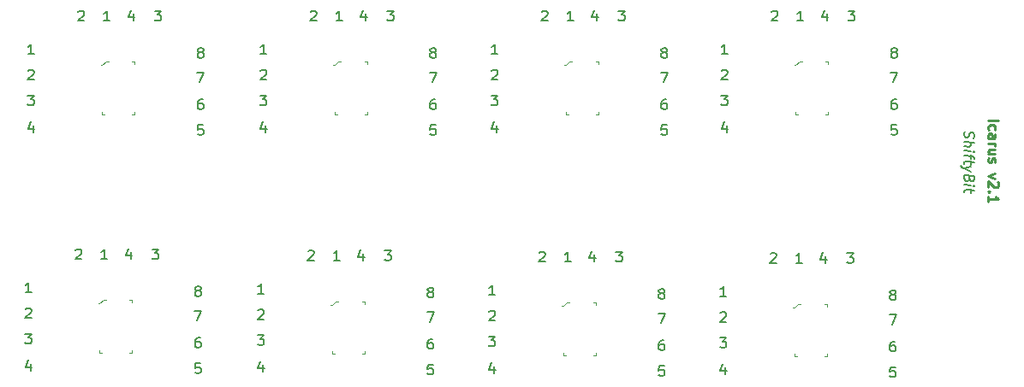
<source format=gbr>
G04 #@! TF.GenerationSoftware,KiCad,Pcbnew,(5.1.4)-1*
G04 #@! TF.CreationDate,2019-12-01T11:28:44-05:00*
G04 #@! TF.ProjectId,bob_ws2811_driver,626f625f-7773-4323-9831-315f64726976,rev?*
G04 #@! TF.SameCoordinates,Original*
G04 #@! TF.FileFunction,Legend,Top*
G04 #@! TF.FilePolarity,Positive*
%FSLAX46Y46*%
G04 Gerber Fmt 4.6, Leading zero omitted, Abs format (unit mm)*
G04 Created by KiCad (PCBNEW (5.1.4)-1) date 2019-12-01 11:28:44*
%MOMM*%
%LPD*%
G04 APERTURE LIST*
%ADD10C,0.150000*%
%ADD11C,0.250000*%
%ADD12C,0.100000*%
G04 APERTURE END LIST*
D10*
X107664285Y-58221619D02*
X107711904Y-58174000D01*
X107807142Y-58126380D01*
X108045238Y-58126380D01*
X108140476Y-58174000D01*
X108188095Y-58221619D01*
X108235714Y-58316857D01*
X108235714Y-58412095D01*
X108188095Y-58554952D01*
X107616666Y-59126380D01*
X108235714Y-59126380D01*
X102711285Y-64063619D02*
X102758904Y-64016000D01*
X102854142Y-63968380D01*
X103092238Y-63968380D01*
X103187476Y-64016000D01*
X103235095Y-64063619D01*
X103282714Y-64158857D01*
X103282714Y-64254095D01*
X103235095Y-64396952D01*
X102663666Y-64968380D01*
X103282714Y-64968380D01*
X113093476Y-58459714D02*
X113093476Y-59126380D01*
X112855380Y-58078761D02*
X112617285Y-58793047D01*
X113236333Y-58793047D01*
X102663666Y-66508380D02*
X103282714Y-66508380D01*
X102949380Y-66889333D01*
X103092238Y-66889333D01*
X103187476Y-66936952D01*
X103235095Y-66984571D01*
X103282714Y-67079809D01*
X103282714Y-67317904D01*
X103235095Y-67413142D01*
X103187476Y-67460761D01*
X103092238Y-67508380D01*
X102806523Y-67508380D01*
X102711285Y-67460761D01*
X102663666Y-67413142D01*
X110775714Y-59126380D02*
X110204285Y-59126380D01*
X110490000Y-59126380D02*
X110490000Y-58126380D01*
X110394761Y-58269238D01*
X110299523Y-58364476D01*
X110204285Y-58412095D01*
X119999095Y-69429380D02*
X119522904Y-69429380D01*
X119475285Y-69905571D01*
X119522904Y-69857952D01*
X119618142Y-69810333D01*
X119856238Y-69810333D01*
X119951476Y-69857952D01*
X119999095Y-69905571D01*
X120046714Y-70000809D01*
X120046714Y-70238904D01*
X119999095Y-70334142D01*
X119951476Y-70381761D01*
X119856238Y-70429380D01*
X119618142Y-70429380D01*
X119522904Y-70381761D01*
X119475285Y-70334142D01*
X119665761Y-62237952D02*
X119570523Y-62190333D01*
X119522904Y-62142714D01*
X119475285Y-62047476D01*
X119475285Y-61999857D01*
X119522904Y-61904619D01*
X119570523Y-61857000D01*
X119665761Y-61809380D01*
X119856238Y-61809380D01*
X119951476Y-61857000D01*
X119999095Y-61904619D01*
X120046714Y-61999857D01*
X120046714Y-62047476D01*
X119999095Y-62142714D01*
X119951476Y-62190333D01*
X119856238Y-62237952D01*
X119665761Y-62237952D01*
X119570523Y-62285571D01*
X119522904Y-62333190D01*
X119475285Y-62428428D01*
X119475285Y-62618904D01*
X119522904Y-62714142D01*
X119570523Y-62761761D01*
X119665761Y-62809380D01*
X119856238Y-62809380D01*
X119951476Y-62761761D01*
X119999095Y-62714142D01*
X120046714Y-62618904D01*
X120046714Y-62428428D01*
X119999095Y-62333190D01*
X119951476Y-62285571D01*
X119856238Y-62237952D01*
X115236666Y-58126380D02*
X115855714Y-58126380D01*
X115522380Y-58507333D01*
X115665238Y-58507333D01*
X115760476Y-58554952D01*
X115808095Y-58602571D01*
X115855714Y-58697809D01*
X115855714Y-58935904D01*
X115808095Y-59031142D01*
X115760476Y-59078761D01*
X115665238Y-59126380D01*
X115379523Y-59126380D01*
X115284285Y-59078761D01*
X115236666Y-59031142D01*
X103187476Y-69508714D02*
X103187476Y-70175380D01*
X102949380Y-69127761D02*
X102711285Y-69842047D01*
X103330333Y-69842047D01*
X119427666Y-64222380D02*
X120094333Y-64222380D01*
X119665761Y-65222380D01*
X119951476Y-66889380D02*
X119761000Y-66889380D01*
X119665761Y-66937000D01*
X119618142Y-66984619D01*
X119522904Y-67127476D01*
X119475285Y-67317952D01*
X119475285Y-67698904D01*
X119522904Y-67794142D01*
X119570523Y-67841761D01*
X119665761Y-67889380D01*
X119856238Y-67889380D01*
X119951476Y-67841761D01*
X119999095Y-67794142D01*
X120046714Y-67698904D01*
X120046714Y-67460809D01*
X119999095Y-67365571D01*
X119951476Y-67317952D01*
X119856238Y-67270333D01*
X119665761Y-67270333D01*
X119570523Y-67317952D01*
X119522904Y-67365571D01*
X119475285Y-67460809D01*
X103282714Y-62428380D02*
X102711285Y-62428380D01*
X102997000Y-62428380D02*
X102997000Y-61428380D01*
X102901761Y-61571238D01*
X102806523Y-61666476D01*
X102711285Y-61714095D01*
X125698285Y-64190619D02*
X125745904Y-64143000D01*
X125841142Y-64095380D01*
X126079238Y-64095380D01*
X126174476Y-64143000D01*
X126222095Y-64190619D01*
X126269714Y-64285857D01*
X126269714Y-64381095D01*
X126222095Y-64523952D01*
X125650666Y-65095380D01*
X126269714Y-65095380D01*
X126174476Y-69635714D02*
X126174476Y-70302380D01*
X125936380Y-69254761D02*
X125698285Y-69969047D01*
X126317333Y-69969047D01*
X142414666Y-64349380D02*
X143081333Y-64349380D01*
X142652761Y-65349380D01*
X142938476Y-67016380D02*
X142748000Y-67016380D01*
X142652761Y-67064000D01*
X142605142Y-67111619D01*
X142509904Y-67254476D01*
X142462285Y-67444952D01*
X142462285Y-67825904D01*
X142509904Y-67921142D01*
X142557523Y-67968761D01*
X142652761Y-68016380D01*
X142843238Y-68016380D01*
X142938476Y-67968761D01*
X142986095Y-67921142D01*
X143033714Y-67825904D01*
X143033714Y-67587809D01*
X142986095Y-67492571D01*
X142938476Y-67444952D01*
X142843238Y-67397333D01*
X142652761Y-67397333D01*
X142557523Y-67444952D01*
X142509904Y-67492571D01*
X142462285Y-67587809D01*
X126269714Y-62555380D02*
X125698285Y-62555380D01*
X125984000Y-62555380D02*
X125984000Y-61555380D01*
X125888761Y-61698238D01*
X125793523Y-61793476D01*
X125698285Y-61841095D01*
X125650666Y-66635380D02*
X126269714Y-66635380D01*
X125936380Y-67016333D01*
X126079238Y-67016333D01*
X126174476Y-67063952D01*
X126222095Y-67111571D01*
X126269714Y-67206809D01*
X126269714Y-67444904D01*
X126222095Y-67540142D01*
X126174476Y-67587761D01*
X126079238Y-67635380D01*
X125793523Y-67635380D01*
X125698285Y-67587761D01*
X125650666Y-67540142D01*
X130651285Y-58348619D02*
X130698904Y-58301000D01*
X130794142Y-58253380D01*
X131032238Y-58253380D01*
X131127476Y-58301000D01*
X131175095Y-58348619D01*
X131222714Y-58443857D01*
X131222714Y-58539095D01*
X131175095Y-58681952D01*
X130603666Y-59253380D01*
X131222714Y-59253380D01*
X136080476Y-58586714D02*
X136080476Y-59253380D01*
X135842380Y-58205761D02*
X135604285Y-58920047D01*
X136223333Y-58920047D01*
X138223666Y-58253380D02*
X138842714Y-58253380D01*
X138509380Y-58634333D01*
X138652238Y-58634333D01*
X138747476Y-58681952D01*
X138795095Y-58729571D01*
X138842714Y-58824809D01*
X138842714Y-59062904D01*
X138795095Y-59158142D01*
X138747476Y-59205761D01*
X138652238Y-59253380D01*
X138366523Y-59253380D01*
X138271285Y-59205761D01*
X138223666Y-59158142D01*
X133762714Y-59253380D02*
X133191285Y-59253380D01*
X133477000Y-59253380D02*
X133477000Y-58253380D01*
X133381761Y-58396238D01*
X133286523Y-58491476D01*
X133191285Y-58539095D01*
X142652761Y-62364952D02*
X142557523Y-62317333D01*
X142509904Y-62269714D01*
X142462285Y-62174476D01*
X142462285Y-62126857D01*
X142509904Y-62031619D01*
X142557523Y-61984000D01*
X142652761Y-61936380D01*
X142843238Y-61936380D01*
X142938476Y-61984000D01*
X142986095Y-62031619D01*
X143033714Y-62126857D01*
X143033714Y-62174476D01*
X142986095Y-62269714D01*
X142938476Y-62317333D01*
X142843238Y-62364952D01*
X142652761Y-62364952D01*
X142557523Y-62412571D01*
X142509904Y-62460190D01*
X142462285Y-62555428D01*
X142462285Y-62745904D01*
X142509904Y-62841142D01*
X142557523Y-62888761D01*
X142652761Y-62936380D01*
X142843238Y-62936380D01*
X142938476Y-62888761D01*
X142986095Y-62841142D01*
X143033714Y-62745904D01*
X143033714Y-62555428D01*
X142986095Y-62460190D01*
X142938476Y-62412571D01*
X142843238Y-62364952D01*
X142986095Y-69556380D02*
X142509904Y-69556380D01*
X142462285Y-70032571D01*
X142509904Y-69984952D01*
X142605142Y-69937333D01*
X142843238Y-69937333D01*
X142938476Y-69984952D01*
X142986095Y-70032571D01*
X143033714Y-70127809D01*
X143033714Y-70365904D01*
X142986095Y-70461142D01*
X142938476Y-70508761D01*
X142843238Y-70556380D01*
X142605142Y-70556380D01*
X142509904Y-70508761D01*
X142462285Y-70461142D01*
X165512761Y-62491952D02*
X165417523Y-62444333D01*
X165369904Y-62396714D01*
X165322285Y-62301476D01*
X165322285Y-62253857D01*
X165369904Y-62158619D01*
X165417523Y-62111000D01*
X165512761Y-62063380D01*
X165703238Y-62063380D01*
X165798476Y-62111000D01*
X165846095Y-62158619D01*
X165893714Y-62253857D01*
X165893714Y-62301476D01*
X165846095Y-62396714D01*
X165798476Y-62444333D01*
X165703238Y-62491952D01*
X165512761Y-62491952D01*
X165417523Y-62539571D01*
X165369904Y-62587190D01*
X165322285Y-62682428D01*
X165322285Y-62872904D01*
X165369904Y-62968142D01*
X165417523Y-63015761D01*
X165512761Y-63063380D01*
X165703238Y-63063380D01*
X165798476Y-63015761D01*
X165846095Y-62968142D01*
X165893714Y-62872904D01*
X165893714Y-62682428D01*
X165846095Y-62587190D01*
X165798476Y-62539571D01*
X165703238Y-62491952D01*
X165846095Y-69683380D02*
X165369904Y-69683380D01*
X165322285Y-70159571D01*
X165369904Y-70111952D01*
X165465142Y-70064333D01*
X165703238Y-70064333D01*
X165798476Y-70111952D01*
X165846095Y-70159571D01*
X165893714Y-70254809D01*
X165893714Y-70492904D01*
X165846095Y-70588142D01*
X165798476Y-70635761D01*
X165703238Y-70683380D01*
X165465142Y-70683380D01*
X165369904Y-70635761D01*
X165322285Y-70588142D01*
X148558285Y-64317619D02*
X148605904Y-64270000D01*
X148701142Y-64222380D01*
X148939238Y-64222380D01*
X149034476Y-64270000D01*
X149082095Y-64317619D01*
X149129714Y-64412857D01*
X149129714Y-64508095D01*
X149082095Y-64650952D01*
X148510666Y-65222380D01*
X149129714Y-65222380D01*
X158940476Y-58713714D02*
X158940476Y-59380380D01*
X158702380Y-58332761D02*
X158464285Y-59047047D01*
X159083333Y-59047047D01*
X149034476Y-69762714D02*
X149034476Y-70429380D01*
X148796380Y-69381761D02*
X148558285Y-70096047D01*
X149177333Y-70096047D01*
X165274666Y-64476380D02*
X165941333Y-64476380D01*
X165512761Y-65476380D01*
X165798476Y-67143380D02*
X165608000Y-67143380D01*
X165512761Y-67191000D01*
X165465142Y-67238619D01*
X165369904Y-67381476D01*
X165322285Y-67571952D01*
X165322285Y-67952904D01*
X165369904Y-68048142D01*
X165417523Y-68095761D01*
X165512761Y-68143380D01*
X165703238Y-68143380D01*
X165798476Y-68095761D01*
X165846095Y-68048142D01*
X165893714Y-67952904D01*
X165893714Y-67714809D01*
X165846095Y-67619571D01*
X165798476Y-67571952D01*
X165703238Y-67524333D01*
X165512761Y-67524333D01*
X165417523Y-67571952D01*
X165369904Y-67619571D01*
X165322285Y-67714809D01*
X161083666Y-58380380D02*
X161702714Y-58380380D01*
X161369380Y-58761333D01*
X161512238Y-58761333D01*
X161607476Y-58808952D01*
X161655095Y-58856571D01*
X161702714Y-58951809D01*
X161702714Y-59189904D01*
X161655095Y-59285142D01*
X161607476Y-59332761D01*
X161512238Y-59380380D01*
X161226523Y-59380380D01*
X161131285Y-59332761D01*
X161083666Y-59285142D01*
X148510666Y-66762380D02*
X149129714Y-66762380D01*
X148796380Y-67143333D01*
X148939238Y-67143333D01*
X149034476Y-67190952D01*
X149082095Y-67238571D01*
X149129714Y-67333809D01*
X149129714Y-67571904D01*
X149082095Y-67667142D01*
X149034476Y-67714761D01*
X148939238Y-67762380D01*
X148653523Y-67762380D01*
X148558285Y-67714761D01*
X148510666Y-67667142D01*
X156622714Y-59380380D02*
X156051285Y-59380380D01*
X156337000Y-59380380D02*
X156337000Y-58380380D01*
X156241761Y-58523238D01*
X156146523Y-58618476D01*
X156051285Y-58666095D01*
X149129714Y-62682380D02*
X148558285Y-62682380D01*
X148844000Y-62682380D02*
X148844000Y-61682380D01*
X148748761Y-61825238D01*
X148653523Y-61920476D01*
X148558285Y-61968095D01*
X153511285Y-58475619D02*
X153558904Y-58428000D01*
X153654142Y-58380380D01*
X153892238Y-58380380D01*
X153987476Y-58428000D01*
X154035095Y-58475619D01*
X154082714Y-58570857D01*
X154082714Y-58666095D01*
X154035095Y-58808952D01*
X153463666Y-59380380D01*
X154082714Y-59380380D01*
X181800476Y-58840714D02*
X181800476Y-59507380D01*
X181562380Y-58459761D02*
X181324285Y-59174047D01*
X181943333Y-59174047D01*
X188706095Y-69810380D02*
X188229904Y-69810380D01*
X188182285Y-70286571D01*
X188229904Y-70238952D01*
X188325142Y-70191333D01*
X188563238Y-70191333D01*
X188658476Y-70238952D01*
X188706095Y-70286571D01*
X188753714Y-70381809D01*
X188753714Y-70619904D01*
X188706095Y-70715142D01*
X188658476Y-70762761D01*
X188563238Y-70810380D01*
X188325142Y-70810380D01*
X188229904Y-70762761D01*
X188182285Y-70715142D01*
X171418285Y-64444619D02*
X171465904Y-64397000D01*
X171561142Y-64349380D01*
X171799238Y-64349380D01*
X171894476Y-64397000D01*
X171942095Y-64444619D01*
X171989714Y-64539857D01*
X171989714Y-64635095D01*
X171942095Y-64777952D01*
X171370666Y-65349380D01*
X171989714Y-65349380D01*
X171894476Y-69889714D02*
X171894476Y-70556380D01*
X171656380Y-69508761D02*
X171418285Y-70223047D01*
X172037333Y-70223047D01*
X179482714Y-59507380D02*
X178911285Y-59507380D01*
X179197000Y-59507380D02*
X179197000Y-58507380D01*
X179101761Y-58650238D01*
X179006523Y-58745476D01*
X178911285Y-58793095D01*
X188658476Y-67270380D02*
X188468000Y-67270380D01*
X188372761Y-67318000D01*
X188325142Y-67365619D01*
X188229904Y-67508476D01*
X188182285Y-67698952D01*
X188182285Y-68079904D01*
X188229904Y-68175142D01*
X188277523Y-68222761D01*
X188372761Y-68270380D01*
X188563238Y-68270380D01*
X188658476Y-68222761D01*
X188706095Y-68175142D01*
X188753714Y-68079904D01*
X188753714Y-67841809D01*
X188706095Y-67746571D01*
X188658476Y-67698952D01*
X188563238Y-67651333D01*
X188372761Y-67651333D01*
X188277523Y-67698952D01*
X188229904Y-67746571D01*
X188182285Y-67841809D01*
X176371285Y-58602619D02*
X176418904Y-58555000D01*
X176514142Y-58507380D01*
X176752238Y-58507380D01*
X176847476Y-58555000D01*
X176895095Y-58602619D01*
X176942714Y-58697857D01*
X176942714Y-58793095D01*
X176895095Y-58935952D01*
X176323666Y-59507380D01*
X176942714Y-59507380D01*
X183943666Y-58507380D02*
X184562714Y-58507380D01*
X184229380Y-58888333D01*
X184372238Y-58888333D01*
X184467476Y-58935952D01*
X184515095Y-58983571D01*
X184562714Y-59078809D01*
X184562714Y-59316904D01*
X184515095Y-59412142D01*
X184467476Y-59459761D01*
X184372238Y-59507380D01*
X184086523Y-59507380D01*
X183991285Y-59459761D01*
X183943666Y-59412142D01*
X188134666Y-64603380D02*
X188801333Y-64603380D01*
X188372761Y-65603380D01*
X188372761Y-62618952D02*
X188277523Y-62571333D01*
X188229904Y-62523714D01*
X188182285Y-62428476D01*
X188182285Y-62380857D01*
X188229904Y-62285619D01*
X188277523Y-62238000D01*
X188372761Y-62190380D01*
X188563238Y-62190380D01*
X188658476Y-62238000D01*
X188706095Y-62285619D01*
X188753714Y-62380857D01*
X188753714Y-62428476D01*
X188706095Y-62523714D01*
X188658476Y-62571333D01*
X188563238Y-62618952D01*
X188372761Y-62618952D01*
X188277523Y-62666571D01*
X188229904Y-62714190D01*
X188182285Y-62809428D01*
X188182285Y-62999904D01*
X188229904Y-63095142D01*
X188277523Y-63142761D01*
X188372761Y-63190380D01*
X188563238Y-63190380D01*
X188658476Y-63142761D01*
X188706095Y-63095142D01*
X188753714Y-62999904D01*
X188753714Y-62809428D01*
X188706095Y-62714190D01*
X188658476Y-62666571D01*
X188563238Y-62618952D01*
X171370666Y-66889380D02*
X171989714Y-66889380D01*
X171656380Y-67270333D01*
X171799238Y-67270333D01*
X171894476Y-67317952D01*
X171942095Y-67365571D01*
X171989714Y-67460809D01*
X171989714Y-67698904D01*
X171942095Y-67794142D01*
X171894476Y-67841761D01*
X171799238Y-67889380D01*
X171513523Y-67889380D01*
X171418285Y-67841761D01*
X171370666Y-67794142D01*
X171989714Y-62809380D02*
X171418285Y-62809380D01*
X171704000Y-62809380D02*
X171704000Y-61809380D01*
X171608761Y-61952238D01*
X171513523Y-62047476D01*
X171418285Y-62095095D01*
X172116714Y-38806380D02*
X171545285Y-38806380D01*
X171831000Y-38806380D02*
X171831000Y-37806380D01*
X171735761Y-37949238D01*
X171640523Y-38044476D01*
X171545285Y-38092095D01*
X176498285Y-34599619D02*
X176545904Y-34552000D01*
X176641142Y-34504380D01*
X176879238Y-34504380D01*
X176974476Y-34552000D01*
X177022095Y-34599619D01*
X177069714Y-34694857D01*
X177069714Y-34790095D01*
X177022095Y-34932952D01*
X176450666Y-35504380D01*
X177069714Y-35504380D01*
X188499761Y-38615952D02*
X188404523Y-38568333D01*
X188356904Y-38520714D01*
X188309285Y-38425476D01*
X188309285Y-38377857D01*
X188356904Y-38282619D01*
X188404523Y-38235000D01*
X188499761Y-38187380D01*
X188690238Y-38187380D01*
X188785476Y-38235000D01*
X188833095Y-38282619D01*
X188880714Y-38377857D01*
X188880714Y-38425476D01*
X188833095Y-38520714D01*
X188785476Y-38568333D01*
X188690238Y-38615952D01*
X188499761Y-38615952D01*
X188404523Y-38663571D01*
X188356904Y-38711190D01*
X188309285Y-38806428D01*
X188309285Y-38996904D01*
X188356904Y-39092142D01*
X188404523Y-39139761D01*
X188499761Y-39187380D01*
X188690238Y-39187380D01*
X188785476Y-39139761D01*
X188833095Y-39092142D01*
X188880714Y-38996904D01*
X188880714Y-38806428D01*
X188833095Y-38711190D01*
X188785476Y-38663571D01*
X188690238Y-38615952D01*
X171545285Y-40441619D02*
X171592904Y-40394000D01*
X171688142Y-40346380D01*
X171926238Y-40346380D01*
X172021476Y-40394000D01*
X172069095Y-40441619D01*
X172116714Y-40536857D01*
X172116714Y-40632095D01*
X172069095Y-40774952D01*
X171497666Y-41346380D01*
X172116714Y-41346380D01*
X188261666Y-40600380D02*
X188928333Y-40600380D01*
X188499761Y-41600380D01*
X188833095Y-45807380D02*
X188356904Y-45807380D01*
X188309285Y-46283571D01*
X188356904Y-46235952D01*
X188452142Y-46188333D01*
X188690238Y-46188333D01*
X188785476Y-46235952D01*
X188833095Y-46283571D01*
X188880714Y-46378809D01*
X188880714Y-46616904D01*
X188833095Y-46712142D01*
X188785476Y-46759761D01*
X188690238Y-46807380D01*
X188452142Y-46807380D01*
X188356904Y-46759761D01*
X188309285Y-46712142D01*
X181927476Y-34837714D02*
X181927476Y-35504380D01*
X181689380Y-34456761D02*
X181451285Y-35171047D01*
X182070333Y-35171047D01*
X172021476Y-45886714D02*
X172021476Y-46553380D01*
X171783380Y-45505761D02*
X171545285Y-46220047D01*
X172164333Y-46220047D01*
X171497666Y-42886380D02*
X172116714Y-42886380D01*
X171783380Y-43267333D01*
X171926238Y-43267333D01*
X172021476Y-43314952D01*
X172069095Y-43362571D01*
X172116714Y-43457809D01*
X172116714Y-43695904D01*
X172069095Y-43791142D01*
X172021476Y-43838761D01*
X171926238Y-43886380D01*
X171640523Y-43886380D01*
X171545285Y-43838761D01*
X171497666Y-43791142D01*
X188785476Y-43267380D02*
X188595000Y-43267380D01*
X188499761Y-43315000D01*
X188452142Y-43362619D01*
X188356904Y-43505476D01*
X188309285Y-43695952D01*
X188309285Y-44076904D01*
X188356904Y-44172142D01*
X188404523Y-44219761D01*
X188499761Y-44267380D01*
X188690238Y-44267380D01*
X188785476Y-44219761D01*
X188833095Y-44172142D01*
X188880714Y-44076904D01*
X188880714Y-43838809D01*
X188833095Y-43743571D01*
X188785476Y-43695952D01*
X188690238Y-43648333D01*
X188499761Y-43648333D01*
X188404523Y-43695952D01*
X188356904Y-43743571D01*
X188309285Y-43838809D01*
X179609714Y-35504380D02*
X179038285Y-35504380D01*
X179324000Y-35504380D02*
X179324000Y-34504380D01*
X179228761Y-34647238D01*
X179133523Y-34742476D01*
X179038285Y-34790095D01*
X184070666Y-34504380D02*
X184689714Y-34504380D01*
X184356380Y-34885333D01*
X184499238Y-34885333D01*
X184594476Y-34932952D01*
X184642095Y-34980571D01*
X184689714Y-35075809D01*
X184689714Y-35313904D01*
X184642095Y-35409142D01*
X184594476Y-35456761D01*
X184499238Y-35504380D01*
X184213523Y-35504380D01*
X184118285Y-35456761D01*
X184070666Y-35409142D01*
X149383714Y-38806380D02*
X148812285Y-38806380D01*
X149098000Y-38806380D02*
X149098000Y-37806380D01*
X149002761Y-37949238D01*
X148907523Y-38044476D01*
X148812285Y-38092095D01*
X161337666Y-34504380D02*
X161956714Y-34504380D01*
X161623380Y-34885333D01*
X161766238Y-34885333D01*
X161861476Y-34932952D01*
X161909095Y-34980571D01*
X161956714Y-35075809D01*
X161956714Y-35313904D01*
X161909095Y-35409142D01*
X161861476Y-35456761D01*
X161766238Y-35504380D01*
X161480523Y-35504380D01*
X161385285Y-35456761D01*
X161337666Y-35409142D01*
X165528666Y-40600380D02*
X166195333Y-40600380D01*
X165766761Y-41600380D01*
X148812285Y-40441619D02*
X148859904Y-40394000D01*
X148955142Y-40346380D01*
X149193238Y-40346380D01*
X149288476Y-40394000D01*
X149336095Y-40441619D01*
X149383714Y-40536857D01*
X149383714Y-40632095D01*
X149336095Y-40774952D01*
X148764666Y-41346380D01*
X149383714Y-41346380D01*
X166100095Y-45807380D02*
X165623904Y-45807380D01*
X165576285Y-46283571D01*
X165623904Y-46235952D01*
X165719142Y-46188333D01*
X165957238Y-46188333D01*
X166052476Y-46235952D01*
X166100095Y-46283571D01*
X166147714Y-46378809D01*
X166147714Y-46616904D01*
X166100095Y-46712142D01*
X166052476Y-46759761D01*
X165957238Y-46807380D01*
X165719142Y-46807380D01*
X165623904Y-46759761D01*
X165576285Y-46712142D01*
X165766761Y-38615952D02*
X165671523Y-38568333D01*
X165623904Y-38520714D01*
X165576285Y-38425476D01*
X165576285Y-38377857D01*
X165623904Y-38282619D01*
X165671523Y-38235000D01*
X165766761Y-38187380D01*
X165957238Y-38187380D01*
X166052476Y-38235000D01*
X166100095Y-38282619D01*
X166147714Y-38377857D01*
X166147714Y-38425476D01*
X166100095Y-38520714D01*
X166052476Y-38568333D01*
X165957238Y-38615952D01*
X165766761Y-38615952D01*
X165671523Y-38663571D01*
X165623904Y-38711190D01*
X165576285Y-38806428D01*
X165576285Y-38996904D01*
X165623904Y-39092142D01*
X165671523Y-39139761D01*
X165766761Y-39187380D01*
X165957238Y-39187380D01*
X166052476Y-39139761D01*
X166100095Y-39092142D01*
X166147714Y-38996904D01*
X166147714Y-38806428D01*
X166100095Y-38711190D01*
X166052476Y-38663571D01*
X165957238Y-38615952D01*
X153765285Y-34599619D02*
X153812904Y-34552000D01*
X153908142Y-34504380D01*
X154146238Y-34504380D01*
X154241476Y-34552000D01*
X154289095Y-34599619D01*
X154336714Y-34694857D01*
X154336714Y-34790095D01*
X154289095Y-34932952D01*
X153717666Y-35504380D01*
X154336714Y-35504380D01*
X149288476Y-45886714D02*
X149288476Y-46553380D01*
X149050380Y-45505761D02*
X148812285Y-46220047D01*
X149431333Y-46220047D01*
X148764666Y-42886380D02*
X149383714Y-42886380D01*
X149050380Y-43267333D01*
X149193238Y-43267333D01*
X149288476Y-43314952D01*
X149336095Y-43362571D01*
X149383714Y-43457809D01*
X149383714Y-43695904D01*
X149336095Y-43791142D01*
X149288476Y-43838761D01*
X149193238Y-43886380D01*
X148907523Y-43886380D01*
X148812285Y-43838761D01*
X148764666Y-43791142D01*
X159194476Y-34837714D02*
X159194476Y-35504380D01*
X158956380Y-34456761D02*
X158718285Y-35171047D01*
X159337333Y-35171047D01*
X156876714Y-35504380D02*
X156305285Y-35504380D01*
X156591000Y-35504380D02*
X156591000Y-34504380D01*
X156495761Y-34647238D01*
X156400523Y-34742476D01*
X156305285Y-34790095D01*
X166052476Y-43267380D02*
X165862000Y-43267380D01*
X165766761Y-43315000D01*
X165719142Y-43362619D01*
X165623904Y-43505476D01*
X165576285Y-43695952D01*
X165576285Y-44076904D01*
X165623904Y-44172142D01*
X165671523Y-44219761D01*
X165766761Y-44267380D01*
X165957238Y-44267380D01*
X166052476Y-44219761D01*
X166100095Y-44172142D01*
X166147714Y-44076904D01*
X166147714Y-43838809D01*
X166100095Y-43743571D01*
X166052476Y-43695952D01*
X165957238Y-43648333D01*
X165766761Y-43648333D01*
X165671523Y-43695952D01*
X165623904Y-43743571D01*
X165576285Y-43838809D01*
X126428476Y-45886714D02*
X126428476Y-46553380D01*
X126190380Y-45505761D02*
X125952285Y-46220047D01*
X126571333Y-46220047D01*
X142668666Y-40600380D02*
X143335333Y-40600380D01*
X142906761Y-41600380D01*
X143240095Y-45807380D02*
X142763904Y-45807380D01*
X142716285Y-46283571D01*
X142763904Y-46235952D01*
X142859142Y-46188333D01*
X143097238Y-46188333D01*
X143192476Y-46235952D01*
X143240095Y-46283571D01*
X143287714Y-46378809D01*
X143287714Y-46616904D01*
X143240095Y-46712142D01*
X143192476Y-46759761D01*
X143097238Y-46807380D01*
X142859142Y-46807380D01*
X142763904Y-46759761D01*
X142716285Y-46712142D01*
X125904666Y-42886380D02*
X126523714Y-42886380D01*
X126190380Y-43267333D01*
X126333238Y-43267333D01*
X126428476Y-43314952D01*
X126476095Y-43362571D01*
X126523714Y-43457809D01*
X126523714Y-43695904D01*
X126476095Y-43791142D01*
X126428476Y-43838761D01*
X126333238Y-43886380D01*
X126047523Y-43886380D01*
X125952285Y-43838761D01*
X125904666Y-43791142D01*
X125952285Y-40441619D02*
X125999904Y-40394000D01*
X126095142Y-40346380D01*
X126333238Y-40346380D01*
X126428476Y-40394000D01*
X126476095Y-40441619D01*
X126523714Y-40536857D01*
X126523714Y-40632095D01*
X126476095Y-40774952D01*
X125904666Y-41346380D01*
X126523714Y-41346380D01*
X126523714Y-38806380D02*
X125952285Y-38806380D01*
X126238000Y-38806380D02*
X126238000Y-37806380D01*
X126142761Y-37949238D01*
X126047523Y-38044476D01*
X125952285Y-38092095D01*
X143192476Y-43267380D02*
X143002000Y-43267380D01*
X142906761Y-43315000D01*
X142859142Y-43362619D01*
X142763904Y-43505476D01*
X142716285Y-43695952D01*
X142716285Y-44076904D01*
X142763904Y-44172142D01*
X142811523Y-44219761D01*
X142906761Y-44267380D01*
X143097238Y-44267380D01*
X143192476Y-44219761D01*
X143240095Y-44172142D01*
X143287714Y-44076904D01*
X143287714Y-43838809D01*
X143240095Y-43743571D01*
X143192476Y-43695952D01*
X143097238Y-43648333D01*
X142906761Y-43648333D01*
X142811523Y-43695952D01*
X142763904Y-43743571D01*
X142716285Y-43838809D01*
X142906761Y-38615952D02*
X142811523Y-38568333D01*
X142763904Y-38520714D01*
X142716285Y-38425476D01*
X142716285Y-38377857D01*
X142763904Y-38282619D01*
X142811523Y-38235000D01*
X142906761Y-38187380D01*
X143097238Y-38187380D01*
X143192476Y-38235000D01*
X143240095Y-38282619D01*
X143287714Y-38377857D01*
X143287714Y-38425476D01*
X143240095Y-38520714D01*
X143192476Y-38568333D01*
X143097238Y-38615952D01*
X142906761Y-38615952D01*
X142811523Y-38663571D01*
X142763904Y-38711190D01*
X142716285Y-38806428D01*
X142716285Y-38996904D01*
X142763904Y-39092142D01*
X142811523Y-39139761D01*
X142906761Y-39187380D01*
X143097238Y-39187380D01*
X143192476Y-39139761D01*
X143240095Y-39092142D01*
X143287714Y-38996904D01*
X143287714Y-38806428D01*
X143240095Y-38711190D01*
X143192476Y-38663571D01*
X143097238Y-38615952D01*
X134016714Y-35504380D02*
X133445285Y-35504380D01*
X133731000Y-35504380D02*
X133731000Y-34504380D01*
X133635761Y-34647238D01*
X133540523Y-34742476D01*
X133445285Y-34790095D01*
X136334476Y-34837714D02*
X136334476Y-35504380D01*
X136096380Y-34456761D02*
X135858285Y-35171047D01*
X136477333Y-35171047D01*
X138477666Y-34504380D02*
X139096714Y-34504380D01*
X138763380Y-34885333D01*
X138906238Y-34885333D01*
X139001476Y-34932952D01*
X139049095Y-34980571D01*
X139096714Y-35075809D01*
X139096714Y-35313904D01*
X139049095Y-35409142D01*
X139001476Y-35456761D01*
X138906238Y-35504380D01*
X138620523Y-35504380D01*
X138525285Y-35456761D01*
X138477666Y-35409142D01*
X130905285Y-34599619D02*
X130952904Y-34552000D01*
X131048142Y-34504380D01*
X131286238Y-34504380D01*
X131381476Y-34552000D01*
X131429095Y-34599619D01*
X131476714Y-34694857D01*
X131476714Y-34790095D01*
X131429095Y-34932952D01*
X130857666Y-35504380D01*
X131476714Y-35504380D01*
X119681666Y-40600380D02*
X120348333Y-40600380D01*
X119919761Y-41600380D01*
X119919761Y-38615952D02*
X119824523Y-38568333D01*
X119776904Y-38520714D01*
X119729285Y-38425476D01*
X119729285Y-38377857D01*
X119776904Y-38282619D01*
X119824523Y-38235000D01*
X119919761Y-38187380D01*
X120110238Y-38187380D01*
X120205476Y-38235000D01*
X120253095Y-38282619D01*
X120300714Y-38377857D01*
X120300714Y-38425476D01*
X120253095Y-38520714D01*
X120205476Y-38568333D01*
X120110238Y-38615952D01*
X119919761Y-38615952D01*
X119824523Y-38663571D01*
X119776904Y-38711190D01*
X119729285Y-38806428D01*
X119729285Y-38996904D01*
X119776904Y-39092142D01*
X119824523Y-39139761D01*
X119919761Y-39187380D01*
X120110238Y-39187380D01*
X120205476Y-39139761D01*
X120253095Y-39092142D01*
X120300714Y-38996904D01*
X120300714Y-38806428D01*
X120253095Y-38711190D01*
X120205476Y-38663571D01*
X120110238Y-38615952D01*
X120253095Y-45807380D02*
X119776904Y-45807380D01*
X119729285Y-46283571D01*
X119776904Y-46235952D01*
X119872142Y-46188333D01*
X120110238Y-46188333D01*
X120205476Y-46235952D01*
X120253095Y-46283571D01*
X120300714Y-46378809D01*
X120300714Y-46616904D01*
X120253095Y-46712142D01*
X120205476Y-46759761D01*
X120110238Y-46807380D01*
X119872142Y-46807380D01*
X119776904Y-46759761D01*
X119729285Y-46712142D01*
X120205476Y-43267380D02*
X120015000Y-43267380D01*
X119919761Y-43315000D01*
X119872142Y-43362619D01*
X119776904Y-43505476D01*
X119729285Y-43695952D01*
X119729285Y-44076904D01*
X119776904Y-44172142D01*
X119824523Y-44219761D01*
X119919761Y-44267380D01*
X120110238Y-44267380D01*
X120205476Y-44219761D01*
X120253095Y-44172142D01*
X120300714Y-44076904D01*
X120300714Y-43838809D01*
X120253095Y-43743571D01*
X120205476Y-43695952D01*
X120110238Y-43648333D01*
X119919761Y-43648333D01*
X119824523Y-43695952D01*
X119776904Y-43743571D01*
X119729285Y-43838809D01*
X103441476Y-45886714D02*
X103441476Y-46553380D01*
X103203380Y-45505761D02*
X102965285Y-46220047D01*
X103584333Y-46220047D01*
X103536714Y-38806380D02*
X102965285Y-38806380D01*
X103251000Y-38806380D02*
X103251000Y-37806380D01*
X103155761Y-37949238D01*
X103060523Y-38044476D01*
X102965285Y-38092095D01*
X102917666Y-42886380D02*
X103536714Y-42886380D01*
X103203380Y-43267333D01*
X103346238Y-43267333D01*
X103441476Y-43314952D01*
X103489095Y-43362571D01*
X103536714Y-43457809D01*
X103536714Y-43695904D01*
X103489095Y-43791142D01*
X103441476Y-43838761D01*
X103346238Y-43886380D01*
X103060523Y-43886380D01*
X102965285Y-43838761D01*
X102917666Y-43791142D01*
X102965285Y-40441619D02*
X103012904Y-40394000D01*
X103108142Y-40346380D01*
X103346238Y-40346380D01*
X103441476Y-40394000D01*
X103489095Y-40441619D01*
X103536714Y-40536857D01*
X103536714Y-40632095D01*
X103489095Y-40774952D01*
X102917666Y-41346380D01*
X103536714Y-41346380D01*
X195556238Y-46483586D02*
X195508619Y-46620491D01*
X195508619Y-46858586D01*
X195556238Y-46959776D01*
X195603857Y-47013348D01*
X195699095Y-47072872D01*
X195794333Y-47084776D01*
X195889571Y-47049062D01*
X195937190Y-47007395D01*
X195984809Y-46918110D01*
X196032428Y-46733586D01*
X196080047Y-46644300D01*
X196127666Y-46602633D01*
X196222904Y-46566919D01*
X196318142Y-46578824D01*
X196413380Y-46638348D01*
X196461000Y-46691919D01*
X196508619Y-46793110D01*
X196508619Y-47031205D01*
X196461000Y-47168110D01*
X195508619Y-47477633D02*
X196508619Y-47602633D01*
X195508619Y-47906205D02*
X196032428Y-47971681D01*
X196127666Y-47935967D01*
X196175285Y-47846681D01*
X196175285Y-47703824D01*
X196127666Y-47602633D01*
X196080047Y-47549062D01*
X195508619Y-48382395D02*
X196175285Y-48465729D01*
X196508619Y-48507395D02*
X196461000Y-48453824D01*
X196413380Y-48495491D01*
X196461000Y-48549062D01*
X196508619Y-48507395D01*
X196413380Y-48495491D01*
X196175285Y-48799062D02*
X196175285Y-49180014D01*
X195508619Y-48858586D02*
X196365761Y-48965729D01*
X196461000Y-49025252D01*
X196508619Y-49126443D01*
X196508619Y-49221681D01*
X196175285Y-49370491D02*
X196175285Y-49751443D01*
X196508619Y-49555014D02*
X195651476Y-49447872D01*
X195556238Y-49483586D01*
X195508619Y-49572872D01*
X195508619Y-49668110D01*
X196175285Y-49989538D02*
X195508619Y-50144300D01*
X196175285Y-50465729D02*
X195508619Y-50144300D01*
X195270523Y-50019300D01*
X195222904Y-49965729D01*
X195175285Y-49864538D01*
X196032428Y-51162157D02*
X195984809Y-51299062D01*
X195937190Y-51340729D01*
X195841952Y-51376443D01*
X195699095Y-51358586D01*
X195603857Y-51299062D01*
X195556238Y-51245491D01*
X195508619Y-51144300D01*
X195508619Y-50763348D01*
X196508619Y-50888348D01*
X196508619Y-51221681D01*
X196461000Y-51310967D01*
X196413380Y-51352633D01*
X196318142Y-51388348D01*
X196222904Y-51376443D01*
X196127666Y-51316919D01*
X196080047Y-51263348D01*
X196032428Y-51162157D01*
X196032428Y-50828824D01*
X195508619Y-51763348D02*
X196175285Y-51846681D01*
X196508619Y-51888348D02*
X196461000Y-51834776D01*
X196413380Y-51876443D01*
X196461000Y-51930014D01*
X196508619Y-51888348D01*
X196413380Y-51876443D01*
X196175285Y-52180014D02*
X196175285Y-52560967D01*
X196508619Y-52364538D02*
X195651476Y-52257395D01*
X195556238Y-52293110D01*
X195508619Y-52382395D01*
X195508619Y-52477633D01*
D11*
X197921619Y-45403000D02*
X198921619Y-45403000D01*
X197969238Y-46307761D02*
X197921619Y-46212523D01*
X197921619Y-46022047D01*
X197969238Y-45926809D01*
X198016857Y-45879190D01*
X198112095Y-45831571D01*
X198397809Y-45831571D01*
X198493047Y-45879190D01*
X198540666Y-45926809D01*
X198588285Y-46022047D01*
X198588285Y-46212523D01*
X198540666Y-46307761D01*
X197921619Y-47164904D02*
X198445428Y-47164904D01*
X198540666Y-47117285D01*
X198588285Y-47022047D01*
X198588285Y-46831571D01*
X198540666Y-46736333D01*
X197969238Y-47164904D02*
X197921619Y-47069666D01*
X197921619Y-46831571D01*
X197969238Y-46736333D01*
X198064476Y-46688714D01*
X198159714Y-46688714D01*
X198254952Y-46736333D01*
X198302571Y-46831571D01*
X198302571Y-47069666D01*
X198350190Y-47164904D01*
X197921619Y-47641095D02*
X198588285Y-47641095D01*
X198397809Y-47641095D02*
X198493047Y-47688714D01*
X198540666Y-47736333D01*
X198588285Y-47831571D01*
X198588285Y-47926809D01*
X198588285Y-48688714D02*
X197921619Y-48688714D01*
X198588285Y-48260142D02*
X198064476Y-48260142D01*
X197969238Y-48307761D01*
X197921619Y-48403000D01*
X197921619Y-48545857D01*
X197969238Y-48641095D01*
X198016857Y-48688714D01*
X197969238Y-49117285D02*
X197921619Y-49212523D01*
X197921619Y-49403000D01*
X197969238Y-49498238D01*
X198064476Y-49545857D01*
X198112095Y-49545857D01*
X198207333Y-49498238D01*
X198254952Y-49403000D01*
X198254952Y-49260142D01*
X198302571Y-49164904D01*
X198397809Y-49117285D01*
X198445428Y-49117285D01*
X198540666Y-49164904D01*
X198588285Y-49260142D01*
X198588285Y-49403000D01*
X198540666Y-49498238D01*
X198588285Y-50641095D02*
X197921619Y-50879190D01*
X198588285Y-51117285D01*
X198826380Y-51450619D02*
X198874000Y-51498238D01*
X198921619Y-51593476D01*
X198921619Y-51831571D01*
X198874000Y-51926809D01*
X198826380Y-51974428D01*
X198731142Y-52022047D01*
X198635904Y-52022047D01*
X198493047Y-51974428D01*
X197921619Y-51403000D01*
X197921619Y-52022047D01*
X198016857Y-52450619D02*
X197969238Y-52498238D01*
X197921619Y-52450619D01*
X197969238Y-52403000D01*
X198016857Y-52450619D01*
X197921619Y-52450619D01*
X197921619Y-53450619D02*
X197921619Y-52879190D01*
X197921619Y-53164904D02*
X198921619Y-53164904D01*
X198778761Y-53069666D01*
X198683523Y-52974428D01*
X198635904Y-52879190D01*
D10*
X115490666Y-34504380D02*
X116109714Y-34504380D01*
X115776380Y-34885333D01*
X115919238Y-34885333D01*
X116014476Y-34932952D01*
X116062095Y-34980571D01*
X116109714Y-35075809D01*
X116109714Y-35313904D01*
X116062095Y-35409142D01*
X116014476Y-35456761D01*
X115919238Y-35504380D01*
X115633523Y-35504380D01*
X115538285Y-35456761D01*
X115490666Y-35409142D01*
X107918285Y-34599619D02*
X107965904Y-34552000D01*
X108061142Y-34504380D01*
X108299238Y-34504380D01*
X108394476Y-34552000D01*
X108442095Y-34599619D01*
X108489714Y-34694857D01*
X108489714Y-34790095D01*
X108442095Y-34932952D01*
X107870666Y-35504380D01*
X108489714Y-35504380D01*
X111029714Y-35504380D02*
X110458285Y-35504380D01*
X110744000Y-35504380D02*
X110744000Y-34504380D01*
X110648761Y-34647238D01*
X110553523Y-34742476D01*
X110458285Y-34790095D01*
X113347476Y-34837714D02*
X113347476Y-35504380D01*
X113109380Y-34456761D02*
X112871285Y-35171047D01*
X113490333Y-35171047D01*
D12*
X110033000Y-63536000D02*
X110383000Y-63186000D01*
X113233000Y-63186000D02*
X113233000Y-63436000D01*
X113233000Y-63186000D02*
X112983000Y-63186000D01*
X109883000Y-63536000D02*
X110033000Y-63536000D01*
X110383000Y-63186000D02*
X110633000Y-63186000D01*
X110033000Y-68386000D02*
X110283000Y-68386000D01*
X110033000Y-68386000D02*
X110033000Y-68136000D01*
X113233000Y-68386000D02*
X113233000Y-68136000D01*
X113233000Y-68386000D02*
X112983000Y-68386000D01*
X136220000Y-68513000D02*
X135970000Y-68513000D01*
X136220000Y-68513000D02*
X136220000Y-68263000D01*
X133020000Y-68513000D02*
X133020000Y-68263000D01*
X133020000Y-68513000D02*
X133270000Y-68513000D01*
X133370000Y-63313000D02*
X133620000Y-63313000D01*
X132870000Y-63663000D02*
X133020000Y-63663000D01*
X136220000Y-63313000D02*
X135970000Y-63313000D01*
X136220000Y-63313000D02*
X136220000Y-63563000D01*
X133020000Y-63663000D02*
X133370000Y-63313000D01*
X155880000Y-63790000D02*
X156230000Y-63440000D01*
X159080000Y-63440000D02*
X159080000Y-63690000D01*
X159080000Y-63440000D02*
X158830000Y-63440000D01*
X155730000Y-63790000D02*
X155880000Y-63790000D01*
X156230000Y-63440000D02*
X156480000Y-63440000D01*
X155880000Y-68640000D02*
X156130000Y-68640000D01*
X155880000Y-68640000D02*
X155880000Y-68390000D01*
X159080000Y-68640000D02*
X159080000Y-68390000D01*
X159080000Y-68640000D02*
X158830000Y-68640000D01*
X181940000Y-68767000D02*
X181690000Y-68767000D01*
X181940000Y-68767000D02*
X181940000Y-68517000D01*
X178740000Y-68767000D02*
X178740000Y-68517000D01*
X178740000Y-68767000D02*
X178990000Y-68767000D01*
X179090000Y-63567000D02*
X179340000Y-63567000D01*
X178590000Y-63917000D02*
X178740000Y-63917000D01*
X181940000Y-63567000D02*
X181690000Y-63567000D01*
X181940000Y-63567000D02*
X181940000Y-63817000D01*
X178740000Y-63917000D02*
X179090000Y-63567000D01*
X178867000Y-39914000D02*
X179217000Y-39564000D01*
X182067000Y-39564000D02*
X182067000Y-39814000D01*
X182067000Y-39564000D02*
X181817000Y-39564000D01*
X178717000Y-39914000D02*
X178867000Y-39914000D01*
X179217000Y-39564000D02*
X179467000Y-39564000D01*
X178867000Y-44764000D02*
X179117000Y-44764000D01*
X178867000Y-44764000D02*
X178867000Y-44514000D01*
X182067000Y-44764000D02*
X182067000Y-44514000D01*
X182067000Y-44764000D02*
X181817000Y-44764000D01*
X159334000Y-44764000D02*
X159084000Y-44764000D01*
X159334000Y-44764000D02*
X159334000Y-44514000D01*
X156134000Y-44764000D02*
X156134000Y-44514000D01*
X156134000Y-44764000D02*
X156384000Y-44764000D01*
X156484000Y-39564000D02*
X156734000Y-39564000D01*
X155984000Y-39914000D02*
X156134000Y-39914000D01*
X159334000Y-39564000D02*
X159084000Y-39564000D01*
X159334000Y-39564000D02*
X159334000Y-39814000D01*
X156134000Y-39914000D02*
X156484000Y-39564000D01*
X133274000Y-39914000D02*
X133624000Y-39564000D01*
X136474000Y-39564000D02*
X136474000Y-39814000D01*
X136474000Y-39564000D02*
X136224000Y-39564000D01*
X133124000Y-39914000D02*
X133274000Y-39914000D01*
X133624000Y-39564000D02*
X133874000Y-39564000D01*
X133274000Y-44764000D02*
X133524000Y-44764000D01*
X133274000Y-44764000D02*
X133274000Y-44514000D01*
X136474000Y-44764000D02*
X136474000Y-44514000D01*
X136474000Y-44764000D02*
X136224000Y-44764000D01*
X113487000Y-44764000D02*
X113237000Y-44764000D01*
X113487000Y-44764000D02*
X113487000Y-44514000D01*
X110287000Y-44764000D02*
X110287000Y-44514000D01*
X110287000Y-44764000D02*
X110537000Y-44764000D01*
X110637000Y-39564000D02*
X110887000Y-39564000D01*
X110137000Y-39914000D02*
X110287000Y-39914000D01*
X113487000Y-39564000D02*
X113237000Y-39564000D01*
X113487000Y-39564000D02*
X113487000Y-39814000D01*
X110287000Y-39914000D02*
X110637000Y-39564000D01*
M02*

</source>
